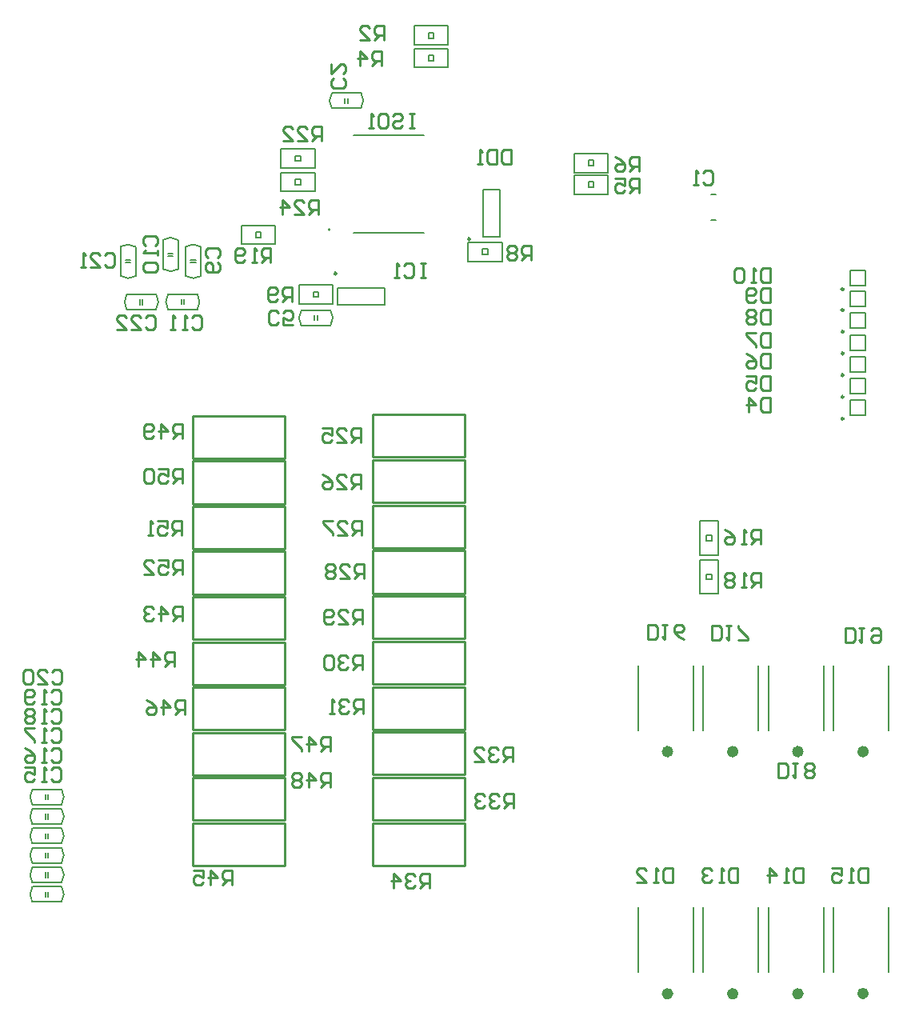
<source format=gbo>
G04*
G04 #@! TF.GenerationSoftware,Altium Limited,Altium Designer,20.0.13 (296)*
G04*
G04 Layer_Color=32896*
%FSLAX44Y44*%
%MOMM*%
G71*
G01*
G75*
%ADD10C,0.2000*%
%ADD11C,0.1500*%
%ADD12C,0.2500*%
%ADD13C,0.1270*%
%ADD14C,0.6096*%
%ADD16C,0.2540*%
D10*
X345000Y861550D02*
G03*
X345000Y861550I-1000J0D01*
G01*
X507000Y904000D02*
X525000D01*
X507000Y854000D02*
X525000D01*
Y904000D01*
X507000Y854000D02*
Y904000D01*
X403000Y782000D02*
Y800000D01*
X353000Y782000D02*
Y800000D01*
Y782000D02*
X403000D01*
X353000Y800000D02*
X403000D01*
X895850Y802000D02*
Y818000D01*
Y802000D02*
X911450D01*
X895850Y818000D02*
X911450D01*
Y802000D02*
Y818000D01*
X895850Y780000D02*
Y796000D01*
Y780000D02*
X911450D01*
X895850Y796000D02*
X911450D01*
Y780000D02*
Y796000D01*
X895850Y757000D02*
Y773000D01*
Y757000D02*
X911450D01*
X895850Y773000D02*
X911450D01*
Y757000D02*
Y773000D01*
X895850Y734000D02*
Y750000D01*
Y734000D02*
X911450D01*
X895850Y750000D02*
X911450D01*
Y734000D02*
Y750000D01*
X895850Y711000D02*
Y727000D01*
Y711000D02*
X911450D01*
X895850Y727000D02*
X911450D01*
Y711000D02*
Y727000D01*
X895850Y688000D02*
Y704000D01*
Y688000D02*
X911450D01*
X895850Y704000D02*
X911450D01*
Y688000D02*
Y704000D01*
X895850Y665000D02*
Y681000D01*
Y665000D02*
X911450D01*
X895850Y681000D02*
X911450D01*
Y665000D02*
Y681000D01*
D11*
X346700Y1005900D02*
G03*
X346595Y989987I12064J-8036D01*
G01*
X377600Y990100D02*
G03*
X377705Y1006012I-12064J8036D01*
G01*
X168100Y819700D02*
G03*
X184013Y819595I8036J12064D01*
G01*
X183900Y850600D02*
G03*
X167987Y850704I-8036J-12064D01*
G01*
X207900Y843300D02*
G03*
X191987Y843405I-8036J-12064D01*
G01*
X192100Y812400D02*
G03*
X208013Y812296I8036J12064D01*
G01*
X138900Y843300D02*
G03*
X122987Y843405I-8036J-12064D01*
G01*
X123100Y812400D02*
G03*
X139012Y812296I8036J12064D01*
G01*
X204300Y777100D02*
G03*
X204405Y793012I-12064J8036D01*
G01*
X173400Y792900D02*
G03*
X173295Y776988I12064J-8036D01*
G01*
X129700Y792900D02*
G03*
X129595Y776988I12064J-8036D01*
G01*
X160600Y777100D02*
G03*
X160704Y793012I-12064J8036D01*
G01*
X345300Y760100D02*
G03*
X345405Y776012I-12064J8036D01*
G01*
X314400Y775900D02*
G03*
X314296Y759987I12064J-8036D01*
G01*
X29700Y207100D02*
G03*
X29595Y191187I12064J-8036D01*
G01*
X60600Y191300D02*
G03*
X60704Y207213I-12064J8036D01*
G01*
X29700Y165900D02*
G03*
X29595Y149987I12064J-8036D01*
G01*
X60600Y150100D02*
G03*
X60704Y166012I-12064J8036D01*
G01*
X29700Y186500D02*
G03*
X29595Y170587I12064J-8036D01*
G01*
X60600Y170700D02*
G03*
X60704Y186612I-12064J8036D01*
G01*
X29700Y227700D02*
G03*
X29595Y211787I12064J-8036D01*
G01*
X60600Y211900D02*
G03*
X60704Y227812I-12064J8036D01*
G01*
X29700Y268900D02*
G03*
X29595Y252987I12064J-8036D01*
G01*
X60600Y253100D02*
G03*
X60704Y269012I-12064J8036D01*
G01*
X29700Y248300D02*
G03*
X29595Y232387I12064J-8036D01*
G01*
X60600Y232500D02*
G03*
X60704Y248412I-12064J8036D01*
G01*
X736000Y476000D02*
Y512000D01*
Y476000D02*
X756000D01*
X736000Y512000D02*
X756000D01*
Y476000D02*
Y512000D01*
X748750Y491250D02*
Y496750D01*
X743000Y491250D02*
X748750D01*
X743000D02*
Y496750D01*
X748750D01*
X756000Y517000D02*
Y553000D01*
X736000D02*
X756000D01*
X736000Y517000D02*
X756000D01*
X736000D02*
Y553000D01*
X743250Y532250D02*
Y537750D01*
X749000D01*
Y532250D02*
Y537750D01*
X743250Y532250D02*
X749000D01*
X271750Y853250D02*
Y859000D01*
X266250D02*
X271750D01*
X266250Y853250D02*
Y859000D01*
Y853250D02*
X271750D01*
X251000Y846000D02*
X287000D01*
Y866000D01*
X251000Y846000D02*
Y866000D01*
X287000D01*
X346750Y1006000D02*
X377500D01*
X346750Y990000D02*
X377500D01*
X360600Y995300D02*
Y1000600D01*
X363400Y995300D02*
Y1000600D01*
X308250Y909000D02*
Y914750D01*
Y909000D02*
X313750D01*
Y914750D01*
X308250D02*
X313750D01*
X293000Y922000D02*
X329000D01*
X293000Y902000D02*
Y922000D01*
X329000Y902000D02*
Y922000D01*
X293000Y902000D02*
X329000D01*
X603000Y942000D02*
X639000D01*
X603000Y922000D02*
Y942000D01*
X639000Y922000D02*
Y942000D01*
X603000Y922000D02*
X639000D01*
X618250Y929250D02*
X623750D01*
X618250D02*
Y935000D01*
X623750D01*
Y929250D02*
Y935000D01*
X603000Y919000D02*
X639000D01*
X603000Y899000D02*
Y919000D01*
X639000Y899000D02*
Y919000D01*
X603000Y899000D02*
X639000D01*
X618250Y906250D02*
X623750D01*
X618250D02*
Y912000D01*
X623750D01*
Y906250D02*
Y912000D01*
X168000Y819750D02*
Y850500D01*
X184000Y819750D02*
Y850500D01*
X173400Y833600D02*
X178700D01*
X173400Y836400D02*
X178700D01*
X208000Y812500D02*
Y843250D01*
X192000Y812500D02*
Y843250D01*
X197300Y829400D02*
X202600D01*
X197300Y826600D02*
X202600D01*
X139000Y812500D02*
Y843250D01*
X123000Y812500D02*
Y843250D01*
X128300Y829400D02*
X133600D01*
X128300Y826600D02*
X133600D01*
X173500Y777000D02*
X204250D01*
X173500Y793000D02*
X204250D01*
X190400Y782400D02*
Y787700D01*
X187600Y782400D02*
Y787700D01*
X129750Y793000D02*
X160500D01*
X129750Y777000D02*
X160500D01*
X143600Y782300D02*
Y787600D01*
X146400Y782300D02*
Y787600D01*
X327250Y790000D02*
Y795750D01*
Y790000D02*
X332750D01*
Y795750D01*
X327250D02*
X332750D01*
X312000Y803000D02*
X348000D01*
X312000Y783000D02*
Y803000D01*
X348000Y783000D02*
Y803000D01*
X312000Y783000D02*
X348000D01*
X314500Y760000D02*
X345250D01*
X314500Y776000D02*
X345250D01*
X331400Y765400D02*
Y770700D01*
X328600Y765400D02*
Y770700D01*
X449250Y1064000D02*
Y1069750D01*
Y1064000D02*
X454750D01*
Y1069750D01*
X449250D02*
X454750D01*
X434000Y1077000D02*
X470000D01*
X434000Y1057000D02*
Y1077000D01*
X470000Y1057000D02*
Y1077000D01*
X434000Y1057000D02*
X470000D01*
X449250Y1040000D02*
Y1045750D01*
Y1040000D02*
X454750D01*
Y1045750D01*
X449250D02*
X454750D01*
X434000Y1053000D02*
X470000D01*
X434000Y1033000D02*
Y1053000D01*
X470000Y1033000D02*
Y1053000D01*
X434000Y1033000D02*
X470000D01*
X511750Y835250D02*
Y841000D01*
X506250D02*
X511750D01*
X506250Y835250D02*
Y841000D01*
Y835250D02*
X511750D01*
X491000Y828000D02*
X527000D01*
Y848000D01*
X491000Y828000D02*
Y848000D01*
X527000D01*
X308250Y934000D02*
Y939750D01*
Y934000D02*
X313750D01*
Y939750D01*
X308250D02*
X313750D01*
X293000Y947000D02*
X329000D01*
X293000Y927000D02*
Y947000D01*
X329000Y927000D02*
Y947000D01*
X293000Y927000D02*
X329000D01*
X29750Y207200D02*
X60500D01*
X29750Y191200D02*
X60500D01*
X43600Y196500D02*
Y201800D01*
X46400Y196500D02*
Y201800D01*
X29750Y166000D02*
X60500D01*
X29750Y150000D02*
X60500D01*
X43600Y155300D02*
Y160600D01*
X46400Y155300D02*
Y160600D01*
X29750Y186600D02*
X60500D01*
X29750Y170600D02*
X60500D01*
X43600Y175900D02*
Y181200D01*
X46400Y175900D02*
Y181200D01*
X29750Y227800D02*
X60500D01*
X29750Y211800D02*
X60500D01*
X43600Y217100D02*
Y222400D01*
X46400Y217100D02*
Y222400D01*
X29750Y269000D02*
X60500D01*
X29750Y253000D02*
X60500D01*
X43600Y258300D02*
Y263600D01*
X46400Y258300D02*
Y263600D01*
X29750Y248400D02*
X60500D01*
X29750Y232400D02*
X60500D01*
X43600Y237700D02*
Y243000D01*
X46400Y237700D02*
Y243000D01*
D12*
X493250Y851450D02*
G03*
X493250Y851450I-1250J0D01*
G01*
X351700Y815000D02*
G03*
X351700Y815000I-1250J0D01*
G01*
X888550Y798400D02*
G03*
X888550Y798400I-1250J0D01*
G01*
Y776400D02*
G03*
X888550Y776400I-1250J0D01*
G01*
Y753400D02*
G03*
X888550Y753400I-1250J0D01*
G01*
Y730400D02*
G03*
X888550Y730400I-1250J0D01*
G01*
Y707400D02*
G03*
X888550Y707400I-1250J0D01*
G01*
Y684400D02*
G03*
X888550Y684400I-1250J0D01*
G01*
Y661400D02*
G03*
X888550Y661400I-1250J0D01*
G01*
D13*
X369500Y858500D02*
X444500D01*
X369500Y961500D02*
X444500D01*
X747990Y871500D02*
X753190D01*
X747990Y898500D02*
X753190D01*
X729200Y331700D02*
Y400300D01*
X670800Y331700D02*
Y400300D01*
X798200Y331700D02*
Y400300D01*
X739800Y331700D02*
Y400300D01*
X867200Y331700D02*
Y400300D01*
X808800Y331700D02*
Y400300D01*
X729200Y75450D02*
Y144050D01*
X670800Y75450D02*
Y144050D01*
X867200Y75450D02*
Y144050D01*
X808800Y75450D02*
Y144050D01*
X936200Y331700D02*
Y400300D01*
X877800Y331700D02*
Y400300D01*
X936200Y75765D02*
Y144365D01*
X877800Y75765D02*
Y144365D01*
X798200Y75450D02*
Y144050D01*
X739800Y75450D02*
Y144050D01*
D14*
X705162Y309000D02*
G03*
X705162Y309000I-3162J0D01*
G01*
X774162D02*
G03*
X774162Y309000I-3162J0D01*
G01*
X843162D02*
G03*
X843162Y309000I-3162J0D01*
G01*
X705162Y52750D02*
G03*
X705162Y52750I-3162J0D01*
G01*
X843162D02*
G03*
X843162Y52750I-3162J0D01*
G01*
X912162Y309000D02*
G03*
X912162Y309000I-3162J0D01*
G01*
Y53065D02*
G03*
X912162Y53065I-3162J0D01*
G01*
X774162Y52750D02*
G03*
X774162Y52750I-3162J0D01*
G01*
D16*
X487140Y188500D02*
Y233500D01*
X389640Y188500D02*
Y233500D01*
Y188500D02*
X487140D01*
X389640Y233500D02*
X487140D01*
Y236516D02*
Y281516D01*
X389640Y236516D02*
Y281516D01*
Y236516D02*
X487140D01*
X389640Y281516D02*
X487140D01*
Y284531D02*
Y329531D01*
X389640Y284531D02*
Y329531D01*
Y284531D02*
X487140D01*
X389640Y329531D02*
X487140D01*
Y332547D02*
Y377547D01*
X389640Y332547D02*
Y377547D01*
Y332547D02*
X487140D01*
X389640Y377547D02*
X487140D01*
Y380562D02*
Y425562D01*
X389640Y380562D02*
Y425562D01*
Y380562D02*
X487140D01*
X389640Y425562D02*
X487140D01*
Y428578D02*
Y473578D01*
X389640Y428578D02*
Y473578D01*
Y428578D02*
X487140D01*
X389640Y473578D02*
X487140D01*
Y476593D02*
Y521593D01*
X389640Y476593D02*
Y521593D01*
Y476593D02*
X487140D01*
X389640Y521593D02*
X487140D01*
Y524609D02*
Y569609D01*
X389640Y524609D02*
Y569609D01*
Y524609D02*
X487140D01*
X389640Y569609D02*
X487140D01*
Y572624D02*
Y617624D01*
X389640Y572624D02*
Y617624D01*
Y572624D02*
X487140D01*
X389640Y617624D02*
X487140D01*
Y620640D02*
Y665640D01*
X389640Y620640D02*
Y665640D01*
Y620640D02*
X487140D01*
X389640Y665640D02*
X487140D01*
X297140Y619320D02*
Y664320D01*
X199640Y619320D02*
Y664320D01*
Y619320D02*
X297140D01*
X199640Y664320D02*
X297140D01*
Y571451D02*
Y616451D01*
X199640Y571451D02*
Y616451D01*
Y571451D02*
X297140D01*
X199640Y616451D02*
X297140D01*
Y523582D02*
Y568582D01*
X199640Y523582D02*
Y568582D01*
Y523582D02*
X297140D01*
X199640Y568582D02*
X297140D01*
Y475713D02*
Y520713D01*
X199640Y475713D02*
Y520713D01*
Y475713D02*
X297140D01*
X199640Y520713D02*
X297140D01*
Y427845D02*
Y472845D01*
X199640Y427845D02*
Y472845D01*
Y427845D02*
X297140D01*
X199640Y472845D02*
X297140D01*
Y379976D02*
Y424976D01*
X199640Y379976D02*
Y424976D01*
Y379976D02*
X297140D01*
X199640Y424976D02*
X297140D01*
Y332107D02*
Y377107D01*
X199640Y332107D02*
Y377107D01*
Y332107D02*
X297140D01*
X199640Y377107D02*
X297140D01*
Y284238D02*
Y329238D01*
X199640Y284238D02*
Y329238D01*
Y284238D02*
X297140D01*
X199640Y329238D02*
X297140D01*
Y236369D02*
Y281369D01*
X199640Y236369D02*
Y281369D01*
Y236369D02*
X297140D01*
X199640Y281369D02*
X297140D01*
Y188500D02*
Y233500D01*
X199640Y188500D02*
Y233500D01*
Y188500D02*
X297140D01*
X199640Y233500D02*
X297140D01*
X445505Y825618D02*
X440426D01*
X442966D01*
Y810383D01*
X445505D01*
X440426D01*
X422652Y823078D02*
X425191Y825618D01*
X430270D01*
X432809Y823078D01*
Y812922D01*
X430270Y810383D01*
X425191D01*
X422652Y812922D01*
X417574Y810383D02*
X412495D01*
X415034D01*
Y825618D01*
X417574Y823078D01*
X332313Y877383D02*
Y892618D01*
X324696D01*
X322157Y890078D01*
Y885000D01*
X324696Y882461D01*
X332313D01*
X327235D02*
X322157Y877383D01*
X306922D02*
X317078D01*
X306922Y887539D01*
Y890078D01*
X309461Y892618D01*
X314539D01*
X317078Y890078D01*
X294226Y877383D02*
Y892618D01*
X301843Y885000D01*
X291686D01*
X335432Y955304D02*
Y970539D01*
X327814D01*
X325275Y968000D01*
Y962922D01*
X327814Y960382D01*
X335432D01*
X330354D02*
X325275Y955304D01*
X310040D02*
X320197D01*
X310040Y965461D01*
Y968000D01*
X312579Y970539D01*
X317658D01*
X320197Y968000D01*
X294805Y955304D02*
X304962D01*
X294805Y965461D01*
Y968000D01*
X297344Y970539D01*
X302423D01*
X304962Y968000D01*
X282044Y826383D02*
Y841618D01*
X274426D01*
X271887Y839078D01*
Y834000D01*
X274426Y831461D01*
X282044D01*
X276966D02*
X271887Y826383D01*
X266809D02*
X261730D01*
X264270D01*
Y841618D01*
X266809Y839078D01*
X254113Y828922D02*
X251574Y826383D01*
X246495D01*
X243956Y828922D01*
Y839078D01*
X246495Y841618D01*
X251574D01*
X254113Y839078D01*
Y836539D01*
X251574Y834000D01*
X243956D01*
X304696Y785383D02*
Y800618D01*
X297078D01*
X294539Y798078D01*
Y793000D01*
X297078Y790461D01*
X304696D01*
X299618D02*
X294539Y785383D01*
X289461Y787922D02*
X286922Y785383D01*
X281843D01*
X279304Y787922D01*
Y798078D01*
X281843Y800618D01*
X286922D01*
X289461Y798078D01*
Y795539D01*
X286922Y793000D01*
X279304D01*
X557696Y829382D02*
Y844617D01*
X550078D01*
X547539Y842078D01*
Y837000D01*
X550078Y834461D01*
X557696D01*
X552617D02*
X547539Y829382D01*
X542461Y842078D02*
X539922Y844617D01*
X534843D01*
X532304Y842078D01*
Y839539D01*
X534843Y837000D01*
X532304Y834461D01*
Y831922D01*
X534843Y829382D01*
X539922D01*
X542461Y831922D01*
Y834461D01*
X539922Y837000D01*
X542461Y839539D01*
Y842078D01*
X539922Y837000D02*
X534843D01*
X671696Y923382D02*
Y938617D01*
X664078D01*
X661539Y936078D01*
Y931000D01*
X664078Y928461D01*
X671696D01*
X666618D02*
X661539Y923382D01*
X646304Y938617D02*
X651383Y936078D01*
X656461Y931000D01*
Y925922D01*
X653922Y923382D01*
X648843D01*
X646304Y925922D01*
Y928461D01*
X648843Y931000D01*
X656461D01*
X671696Y900383D02*
Y915618D01*
X664078D01*
X661539Y913078D01*
Y908000D01*
X664078Y905461D01*
X671696D01*
X666618D02*
X661539Y900383D01*
X646304Y915618D02*
X656461D01*
Y908000D01*
X651383Y910539D01*
X648843D01*
X646304Y908000D01*
Y902922D01*
X648843Y900383D01*
X653922D01*
X656461Y902922D01*
X399696Y1035383D02*
Y1050618D01*
X392078D01*
X389539Y1048078D01*
Y1043000D01*
X392078Y1040461D01*
X399696D01*
X394618D02*
X389539Y1035383D01*
X376843D02*
Y1050618D01*
X384461Y1043000D01*
X374304D01*
X401696Y1062383D02*
Y1077617D01*
X394078D01*
X391539Y1075078D01*
Y1070000D01*
X394078Y1067461D01*
X401696D01*
X396618D02*
X391539Y1062383D01*
X376304D02*
X386461D01*
X376304Y1072539D01*
Y1075078D01*
X378843Y1077617D01*
X383922D01*
X386461Y1075078D01*
X434372Y984118D02*
X429294D01*
X431833D01*
Y968883D01*
X434372D01*
X429294D01*
X411520Y981578D02*
X414059Y984118D01*
X419137D01*
X421676Y981578D01*
Y979039D01*
X419137Y976500D01*
X414059D01*
X411520Y973961D01*
Y971422D01*
X414059Y968883D01*
X419137D01*
X421676Y971422D01*
X398824Y984118D02*
X403902D01*
X406441Y981578D01*
Y971422D01*
X403902Y968883D01*
X398824D01*
X396284Y971422D01*
Y981578D01*
X398824Y984118D01*
X391206Y968883D02*
X386128D01*
X388667D01*
Y984118D01*
X391206Y981578D01*
X536274Y946367D02*
Y931133D01*
X528657D01*
X526118Y933672D01*
Y943828D01*
X528657Y946367D01*
X536274D01*
X521039D02*
Y931133D01*
X513422D01*
X510882Y933672D01*
Y943828D01*
X513422Y946367D01*
X521039D01*
X505804Y931133D02*
X500726D01*
X503265D01*
Y946367D01*
X505804Y943828D01*
X810444Y820618D02*
Y805383D01*
X802826D01*
X800287Y807922D01*
Y818078D01*
X802826Y820618D01*
X810444D01*
X795209Y805383D02*
X790130D01*
X792670D01*
Y820618D01*
X795209Y818078D01*
X782513D02*
X779974Y820618D01*
X774895D01*
X772356Y818078D01*
Y807922D01*
X774895Y805383D01*
X779974D01*
X782513Y807922D01*
Y818078D01*
X810444Y799617D02*
Y784382D01*
X802826D01*
X800287Y786922D01*
Y797078D01*
X802826Y799617D01*
X810444D01*
X795209Y786922D02*
X792670Y784382D01*
X787591D01*
X785052Y786922D01*
Y797078D01*
X787591Y799617D01*
X792670D01*
X795209Y797078D01*
Y794539D01*
X792670Y792000D01*
X785052D01*
X810444Y776618D02*
Y761382D01*
X802826D01*
X800287Y763922D01*
Y774078D01*
X802826Y776618D01*
X810444D01*
X795209Y774078D02*
X792670Y776618D01*
X787591D01*
X785052Y774078D01*
Y771539D01*
X787591Y769000D01*
X785052Y766461D01*
Y763922D01*
X787591Y761382D01*
X792670D01*
X795209Y763922D01*
Y766461D01*
X792670Y769000D01*
X795209Y771539D01*
Y774078D01*
X792670Y769000D02*
X787591D01*
X810444Y752617D02*
Y737383D01*
X802826D01*
X800287Y739922D01*
Y750078D01*
X802826Y752617D01*
X810444D01*
X795209D02*
X785052D01*
Y750078D01*
X795209Y739922D01*
Y737383D01*
X810444Y730618D02*
Y715383D01*
X802826D01*
X800287Y717922D01*
Y728078D01*
X802826Y730618D01*
X810444D01*
X785052D02*
X790130Y728078D01*
X795209Y723000D01*
Y717922D01*
X792670Y715383D01*
X787591D01*
X785052Y717922D01*
Y720461D01*
X787591Y723000D01*
X795209D01*
X810444Y706618D02*
Y691383D01*
X802826D01*
X800287Y693922D01*
Y704078D01*
X802826Y706618D01*
X810444D01*
X785052D02*
X795209D01*
Y699000D01*
X790130Y701539D01*
X787591D01*
X785052Y699000D01*
Y693922D01*
X787591Y691383D01*
X792670D01*
X795209Y693922D01*
X810444Y683617D02*
Y668382D01*
X802826D01*
X800287Y670922D01*
Y681078D01*
X802826Y683617D01*
X810444D01*
X787591Y668382D02*
Y683617D01*
X795209Y676000D01*
X785052D01*
X149157Y768078D02*
X151696Y770618D01*
X156774D01*
X159313Y768078D01*
Y757922D01*
X156774Y755383D01*
X151696D01*
X149157Y757922D01*
X133922Y755383D02*
X144078D01*
X133922Y765539D01*
Y768078D01*
X136461Y770618D01*
X141539D01*
X144078Y768078D01*
X118687Y755383D02*
X128843D01*
X118687Y765539D01*
Y768078D01*
X121226Y770618D01*
X126304D01*
X128843Y768078D01*
X106617Y834078D02*
X109157Y836618D01*
X114235D01*
X116774Y834078D01*
Y823922D01*
X114235Y821383D01*
X109157D01*
X106617Y823922D01*
X91382Y821383D02*
X101539D01*
X91382Y831539D01*
Y834078D01*
X93922Y836618D01*
X99000D01*
X101539Y834078D01*
X86304Y821383D02*
X81226D01*
X83765D01*
Y836618D01*
X86304Y834078D01*
X49887Y372478D02*
X52426Y375018D01*
X57505D01*
X60044Y372478D01*
Y362322D01*
X57505Y359782D01*
X52426D01*
X49887Y362322D01*
X44809Y359782D02*
X39730D01*
X42270D01*
Y375018D01*
X44809Y372478D01*
X32113Y362322D02*
X29574Y359782D01*
X24495D01*
X21956Y362322D01*
Y372478D01*
X24495Y375018D01*
X29574D01*
X32113Y372478D01*
Y369939D01*
X29574Y367400D01*
X21956D01*
X49887Y352078D02*
X52426Y354618D01*
X57505D01*
X60044Y352078D01*
Y341922D01*
X57505Y339383D01*
X52426D01*
X49887Y341922D01*
X44809Y339383D02*
X39730D01*
X42270D01*
Y354618D01*
X44809Y352078D01*
X32113D02*
X29574Y354618D01*
X24495D01*
X21956Y352078D01*
Y349539D01*
X24495Y347000D01*
X21956Y344461D01*
Y341922D01*
X24495Y339383D01*
X29574D01*
X32113Y341922D01*
Y344461D01*
X29574Y347000D01*
X32113Y349539D01*
Y352078D01*
X29574Y347000D02*
X24495D01*
X49887Y331278D02*
X52426Y333817D01*
X57505D01*
X60044Y331278D01*
Y321122D01*
X57505Y318582D01*
X52426D01*
X49887Y321122D01*
X44809Y318582D02*
X39730D01*
X42270D01*
Y333817D01*
X44809Y331278D01*
X32113Y333817D02*
X21956D01*
Y331278D01*
X32113Y321122D01*
Y318582D01*
X49887Y310678D02*
X52426Y313218D01*
X57505D01*
X60044Y310678D01*
Y300522D01*
X57505Y297982D01*
X52426D01*
X49887Y300522D01*
X44809Y297982D02*
X39730D01*
X42270D01*
Y313218D01*
X44809Y310678D01*
X21956Y313218D02*
X27034Y310678D01*
X32113Y305600D01*
Y300522D01*
X29574Y297982D01*
X24495D01*
X21956Y300522D01*
Y303061D01*
X24495Y305600D01*
X32113D01*
X49887Y290078D02*
X52426Y292617D01*
X57505D01*
X60044Y290078D01*
Y279922D01*
X57505Y277383D01*
X52426D01*
X49887Y279922D01*
X44809Y277383D02*
X39730D01*
X42270D01*
Y292617D01*
X44809Y290078D01*
X21956Y292617D02*
X32113D01*
Y285000D01*
X27034Y287539D01*
X24495D01*
X21956Y285000D01*
Y279922D01*
X24495Y277383D01*
X29574D01*
X32113Y279922D01*
X198348Y768078D02*
X200887Y770618D01*
X205965D01*
X208505Y768078D01*
Y757922D01*
X205965Y755383D01*
X200887D01*
X198348Y757922D01*
X193270Y755383D02*
X188191D01*
X190730D01*
Y770618D01*
X193270Y768078D01*
X180574Y755383D02*
X175495D01*
X178034D01*
Y770618D01*
X180574Y768078D01*
X149922Y844887D02*
X147382Y847426D01*
Y852505D01*
X149922Y855044D01*
X160078D01*
X162617Y852505D01*
Y847426D01*
X160078Y844887D01*
X162617Y839809D02*
Y834730D01*
Y837270D01*
X147382D01*
X149922Y839809D01*
Y827113D02*
X147382Y824574D01*
Y819495D01*
X149922Y816956D01*
X160078D01*
X162617Y819495D01*
Y824574D01*
X160078Y827113D01*
X149922D01*
X215922Y831539D02*
X213382Y834078D01*
Y839157D01*
X215922Y841696D01*
X226078D01*
X228617Y839157D01*
Y834078D01*
X226078Y831539D01*
Y826461D02*
X228617Y823922D01*
Y818843D01*
X226078Y816304D01*
X215922D01*
X213382Y818843D01*
Y823922D01*
X215922Y826461D01*
X218461D01*
X221000Y823922D01*
Y816304D01*
X290461Y762922D02*
X287922Y760383D01*
X282843D01*
X280304Y762922D01*
Y773078D01*
X282843Y775618D01*
X287922D01*
X290461Y773078D01*
X305696Y760383D02*
X295539D01*
Y768000D01*
X300618Y765461D01*
X303157D01*
X305696Y768000D01*
Y773078D01*
X303157Y775618D01*
X298078D01*
X295539Y773078D01*
X359078Y1021461D02*
X361618Y1018922D01*
Y1013843D01*
X359078Y1011304D01*
X348922D01*
X346382Y1013843D01*
Y1018922D01*
X348922Y1021461D01*
X346382Y1036696D02*
Y1026539D01*
X356539Y1036696D01*
X359078D01*
X361618Y1034157D01*
Y1029078D01*
X359078Y1026539D01*
X739381Y921762D02*
X741920Y924301D01*
X746999D01*
X749538Y921762D01*
Y911605D01*
X746999Y909066D01*
X741920D01*
X739381Y911605D01*
X734303Y909066D02*
X729225D01*
X731764D01*
Y924301D01*
X734303Y921762D01*
X889956Y424382D02*
Y439618D01*
X897574D01*
X900113Y437078D01*
Y426922D01*
X897574Y424382D01*
X889956D01*
X905191Y439618D02*
X910270D01*
X907730D01*
Y424382D01*
X905191Y426922D01*
X917887Y437078D02*
X920426Y439618D01*
X925505D01*
X928044Y437078D01*
Y426922D01*
X925505Y424382D01*
X920426D01*
X917887Y426922D01*
Y429461D01*
X920426Y432000D01*
X928044D01*
X818956Y281382D02*
Y296618D01*
X826574D01*
X829113Y294078D01*
Y283922D01*
X826574Y281382D01*
X818956D01*
X834191Y296618D02*
X839270D01*
X836730D01*
Y281382D01*
X834191Y283922D01*
X846887D02*
X849426Y281382D01*
X854505D01*
X857044Y283922D01*
Y286461D01*
X854505Y289000D01*
X857044Y291539D01*
Y294078D01*
X854505Y296618D01*
X849426D01*
X846887Y294078D01*
Y291539D01*
X849426Y289000D01*
X846887Y286461D01*
Y283922D01*
X849426Y289000D02*
X854505D01*
X748956Y427382D02*
Y442617D01*
X756574D01*
X759113Y440078D01*
Y429922D01*
X756574Y427382D01*
X748956D01*
X764191Y442617D02*
X769270D01*
X766730D01*
Y427382D01*
X764191Y429922D01*
X776887Y427382D02*
X787044D01*
Y429922D01*
X776887Y440078D01*
Y442617D01*
X680956Y428382D02*
Y443618D01*
X688574D01*
X691113Y441078D01*
Y430922D01*
X688574Y428382D01*
X680956D01*
X696191Y443618D02*
X701270D01*
X698730D01*
Y428382D01*
X696191Y430922D01*
X719044Y428382D02*
X713966Y430922D01*
X708887Y436000D01*
Y441078D01*
X711426Y443618D01*
X716505D01*
X719044Y441078D01*
Y438539D01*
X716505Y436000D01*
X708887D01*
X914420Y186176D02*
Y170941D01*
X906803D01*
X904263Y173480D01*
Y183637D01*
X906803Y186176D01*
X914420D01*
X899185Y170941D02*
X894107D01*
X896646D01*
Y186176D01*
X899185Y183637D01*
X876332Y186176D02*
X886489D01*
Y178559D01*
X881411Y181098D01*
X878872D01*
X876332Y178559D01*
Y173480D01*
X878872Y170941D01*
X883950D01*
X886489Y173480D01*
X845586Y185861D02*
Y170626D01*
X837969D01*
X835429Y173165D01*
Y183322D01*
X837969Y185861D01*
X845586D01*
X830351Y170626D02*
X825273D01*
X827812D01*
Y185861D01*
X830351Y183322D01*
X810038Y170626D02*
Y185861D01*
X817655Y178244D01*
X807498D01*
X776498Y185861D02*
Y170626D01*
X768880D01*
X766341Y173165D01*
Y183322D01*
X768880Y185861D01*
X776498D01*
X761263Y170626D02*
X756185D01*
X758724D01*
Y185861D01*
X761263Y183322D01*
X748567D02*
X746028Y185861D01*
X740949D01*
X738410Y183322D01*
Y180783D01*
X740949Y178244D01*
X743489D01*
X740949D01*
X738410Y175704D01*
Y173165D01*
X740949Y170626D01*
X746028D01*
X748567Y173165D01*
X707410Y185861D02*
Y170626D01*
X699792D01*
X697253Y173165D01*
Y183322D01*
X699792Y185861D01*
X707410D01*
X692175Y170626D02*
X687097D01*
X689636D01*
Y185861D01*
X692175Y183322D01*
X669322Y170626D02*
X679479D01*
X669322Y180783D01*
Y183322D01*
X671861Y185861D01*
X676940D01*
X679479Y183322D01*
X188313Y496382D02*
Y511618D01*
X180696D01*
X178157Y509078D01*
Y504000D01*
X180696Y501461D01*
X188313D01*
X183235D02*
X178157Y496382D01*
X162922Y511618D02*
X173078D01*
Y504000D01*
X168000Y506539D01*
X165461D01*
X162922Y504000D01*
Y498922D01*
X165461Y496382D01*
X170539D01*
X173078Y498922D01*
X147687Y496382D02*
X157843D01*
X147687Y506539D01*
Y509078D01*
X150226Y511618D01*
X155304D01*
X157843Y509078D01*
X187774Y538382D02*
Y553618D01*
X180157D01*
X177617Y551078D01*
Y546000D01*
X180157Y543461D01*
X187774D01*
X182696D02*
X177617Y538382D01*
X162382Y553618D02*
X172539D01*
Y546000D01*
X167461Y548539D01*
X164922D01*
X162382Y546000D01*
Y540922D01*
X164922Y538382D01*
X170000D01*
X172539Y540922D01*
X157304Y538382D02*
X152226D01*
X154765D01*
Y553618D01*
X157304Y551078D01*
X188313Y593382D02*
Y608618D01*
X180696D01*
X178157Y606078D01*
Y601000D01*
X180696Y598461D01*
X188313D01*
X183235D02*
X178157Y593382D01*
X162922Y608618D02*
X173078D01*
Y601000D01*
X168000Y603539D01*
X165461D01*
X162922Y601000D01*
Y595922D01*
X165461Y593382D01*
X170539D01*
X173078Y595922D01*
X157843Y606078D02*
X155304Y608618D01*
X150226D01*
X147687Y606078D01*
Y595922D01*
X150226Y593382D01*
X155304D01*
X157843Y595922D01*
Y606078D01*
X188313Y640382D02*
Y655618D01*
X180696D01*
X178157Y653078D01*
Y648000D01*
X180696Y645461D01*
X188313D01*
X183235D02*
X178157Y640382D01*
X165461D02*
Y655618D01*
X173078Y648000D01*
X162922D01*
X157843Y642922D02*
X155304Y640382D01*
X150226D01*
X147687Y642922D01*
Y653078D01*
X150226Y655618D01*
X155304D01*
X157843Y653078D01*
Y650539D01*
X155304Y648000D01*
X147687D01*
X345313Y271383D02*
Y286618D01*
X337696D01*
X335157Y284078D01*
Y279000D01*
X337696Y276461D01*
X345313D01*
X340235D02*
X335157Y271383D01*
X322461D02*
Y286618D01*
X330078Y279000D01*
X319922D01*
X314843Y284078D02*
X312304Y286618D01*
X307226D01*
X304687Y284078D01*
Y281539D01*
X307226Y279000D01*
X304687Y276461D01*
Y273922D01*
X307226Y271383D01*
X312304D01*
X314843Y273922D01*
Y276461D01*
X312304Y279000D01*
X314843Y281539D01*
Y284078D01*
X312304Y279000D02*
X307226D01*
X345313Y309382D02*
Y324618D01*
X337696D01*
X335157Y322078D01*
Y317000D01*
X337696Y314461D01*
X345313D01*
X340235D02*
X335157Y309382D01*
X322461D02*
Y324618D01*
X330078Y317000D01*
X319922D01*
X314843Y324618D02*
X304687D01*
Y322078D01*
X314843Y311922D01*
Y309382D01*
X191313Y348382D02*
Y363618D01*
X183696D01*
X181157Y361078D01*
Y356000D01*
X183696Y353461D01*
X191313D01*
X186235D02*
X181157Y348382D01*
X168461D02*
Y363618D01*
X176078Y356000D01*
X165922D01*
X150687Y363618D02*
X155765Y361078D01*
X160843Y356000D01*
Y350922D01*
X158304Y348382D01*
X153226D01*
X150687Y350922D01*
Y353461D01*
X153226Y356000D01*
X160843D01*
X241313Y168382D02*
Y183617D01*
X233696D01*
X231157Y181078D01*
Y176000D01*
X233696Y173461D01*
X241313D01*
X236235D02*
X231157Y168382D01*
X218461D02*
Y183617D01*
X226078Y176000D01*
X215922D01*
X200686Y183617D02*
X210843D01*
Y176000D01*
X205765Y178539D01*
X203226D01*
X200686Y176000D01*
Y170922D01*
X203226Y168382D01*
X208304D01*
X210843Y170922D01*
X180313Y399383D02*
Y414618D01*
X172696D01*
X170157Y412078D01*
Y407000D01*
X172696Y404461D01*
X180313D01*
X175235D02*
X170157Y399383D01*
X157461D02*
Y414618D01*
X165078Y407000D01*
X154922D01*
X142226Y399383D02*
Y414618D01*
X149843Y407000D01*
X139686D01*
X188313Y447382D02*
Y462617D01*
X180696D01*
X178157Y460078D01*
Y455000D01*
X180696Y452461D01*
X188313D01*
X183235D02*
X178157Y447382D01*
X165461D02*
Y462617D01*
X173078Y455000D01*
X162922D01*
X157843Y460078D02*
X155304Y462617D01*
X150226D01*
X147687Y460078D01*
Y457539D01*
X150226Y455000D01*
X152765D01*
X150226D01*
X147687Y452461D01*
Y449922D01*
X150226Y447382D01*
X155304D01*
X157843Y449922D01*
X450313Y164382D02*
Y179618D01*
X442696D01*
X440157Y177078D01*
Y172000D01*
X442696Y169461D01*
X450313D01*
X445235D02*
X440157Y164382D01*
X435078Y177078D02*
X432539Y179618D01*
X427461D01*
X424922Y177078D01*
Y174539D01*
X427461Y172000D01*
X430000D01*
X427461D01*
X424922Y169461D01*
Y166922D01*
X427461Y164382D01*
X432539D01*
X435078Y166922D01*
X412226Y164382D02*
Y179618D01*
X419843Y172000D01*
X409687D01*
X539313Y249382D02*
Y264618D01*
X531696D01*
X529157Y262078D01*
Y257000D01*
X531696Y254461D01*
X539313D01*
X534235D02*
X529157Y249382D01*
X524078Y262078D02*
X521539Y264618D01*
X516461D01*
X513922Y262078D01*
Y259539D01*
X516461Y257000D01*
X519000D01*
X516461D01*
X513922Y254461D01*
Y251922D01*
X516461Y249382D01*
X521539D01*
X524078Y251922D01*
X508843Y262078D02*
X506304Y264618D01*
X501226D01*
X498687Y262078D01*
Y259539D01*
X501226Y257000D01*
X503765D01*
X501226D01*
X498687Y254461D01*
Y251922D01*
X501226Y249382D01*
X506304D01*
X508843Y251922D01*
X538313Y298382D02*
Y313617D01*
X530696D01*
X528157Y311078D01*
Y306000D01*
X530696Y303461D01*
X538313D01*
X533235D02*
X528157Y298382D01*
X523078Y311078D02*
X520539Y313617D01*
X515461D01*
X512922Y311078D01*
Y308539D01*
X515461Y306000D01*
X518000D01*
X515461D01*
X512922Y303461D01*
Y300922D01*
X515461Y298382D01*
X520539D01*
X523078Y300922D01*
X497687Y298382D02*
X507843D01*
X497687Y308539D01*
Y311078D01*
X500226Y313617D01*
X505304D01*
X507843Y311078D01*
X379774Y349383D02*
Y364618D01*
X372157D01*
X369618Y362078D01*
Y357000D01*
X372157Y354461D01*
X379774D01*
X374696D02*
X369618Y349383D01*
X364539Y362078D02*
X362000Y364618D01*
X356922D01*
X354383Y362078D01*
Y359539D01*
X356922Y357000D01*
X359461D01*
X356922D01*
X354383Y354461D01*
Y351922D01*
X356922Y349383D01*
X362000D01*
X364539Y351922D01*
X349304Y349383D02*
X344226D01*
X346765D01*
Y364618D01*
X349304Y362078D01*
X379313Y395382D02*
Y410617D01*
X371696D01*
X369157Y408078D01*
Y403000D01*
X371696Y400461D01*
X379313D01*
X374235D02*
X369157Y395382D01*
X364078Y408078D02*
X361539Y410617D01*
X356461D01*
X353922Y408078D01*
Y405539D01*
X356461Y403000D01*
X359000D01*
X356461D01*
X353922Y400461D01*
Y397922D01*
X356461Y395382D01*
X361539D01*
X364078Y397922D01*
X348843Y408078D02*
X346304Y410617D01*
X341226D01*
X338687Y408078D01*
Y397922D01*
X341226Y395382D01*
X346304D01*
X348843Y397922D01*
Y408078D01*
X379313Y444382D02*
Y459618D01*
X371696D01*
X369157Y457078D01*
Y452000D01*
X371696Y449461D01*
X379313D01*
X374235D02*
X369157Y444382D01*
X353922D02*
X364078D01*
X353922Y454539D01*
Y457078D01*
X356461Y459618D01*
X361539D01*
X364078Y457078D01*
X348843Y446922D02*
X346304Y444382D01*
X341226D01*
X338687Y446922D01*
Y457078D01*
X341226Y459618D01*
X346304D01*
X348843Y457078D01*
Y454539D01*
X346304Y452000D01*
X338687D01*
X380313Y492383D02*
Y507617D01*
X372696D01*
X370157Y505078D01*
Y500000D01*
X372696Y497461D01*
X380313D01*
X375235D02*
X370157Y492383D01*
X354922D02*
X365078D01*
X354922Y502539D01*
Y505078D01*
X357461Y507617D01*
X362539D01*
X365078Y505078D01*
X349843D02*
X347304Y507617D01*
X342226D01*
X339687Y505078D01*
Y502539D01*
X342226Y500000D01*
X339687Y497461D01*
Y494922D01*
X342226Y492383D01*
X347304D01*
X349843Y494922D01*
Y497461D01*
X347304Y500000D01*
X349843Y502539D01*
Y505078D01*
X347304Y500000D02*
X342226D01*
X378313Y538382D02*
Y553618D01*
X370696D01*
X368157Y551078D01*
Y546000D01*
X370696Y543461D01*
X378313D01*
X373235D02*
X368157Y538382D01*
X352922D02*
X363078D01*
X352922Y548539D01*
Y551078D01*
X355461Y553618D01*
X360539D01*
X363078Y551078D01*
X347843Y553618D02*
X337687D01*
Y551078D01*
X347843Y540922D01*
Y538382D01*
X377313Y587383D02*
Y602617D01*
X369696D01*
X367157Y600078D01*
Y595000D01*
X369696Y592461D01*
X377313D01*
X372235D02*
X367157Y587383D01*
X351922D02*
X362078D01*
X351922Y597539D01*
Y600078D01*
X354461Y602617D01*
X359539D01*
X362078Y600078D01*
X336687Y602617D02*
X341765Y600078D01*
X346843Y595000D01*
Y589922D01*
X344304Y587383D01*
X339226D01*
X336687Y589922D01*
Y592461D01*
X339226Y595000D01*
X346843D01*
X377313Y636382D02*
Y651618D01*
X369696D01*
X367157Y649078D01*
Y644000D01*
X369696Y641461D01*
X377313D01*
X372235D02*
X367157Y636382D01*
X351922D02*
X362078D01*
X351922Y646539D01*
Y649078D01*
X354461Y651618D01*
X359539D01*
X362078Y649078D01*
X336687Y651618D02*
X346843D01*
Y644000D01*
X341765Y646539D01*
X339226D01*
X336687Y644000D01*
Y638922D01*
X339226Y636382D01*
X344304D01*
X346843Y638922D01*
X800794Y483382D02*
Y498618D01*
X793176D01*
X790637Y496078D01*
Y491000D01*
X793176Y488461D01*
X800794D01*
X795715D02*
X790637Y483382D01*
X785559D02*
X780480D01*
X783020D01*
Y498618D01*
X785559Y496078D01*
X772863D02*
X770324Y498618D01*
X765245D01*
X762706Y496078D01*
Y493539D01*
X765245Y491000D01*
X762706Y488461D01*
Y485922D01*
X765245Y483382D01*
X770324D01*
X772863Y485922D01*
Y488461D01*
X770324Y491000D01*
X772863Y493539D01*
Y496078D01*
X770324Y491000D02*
X765245D01*
X800794Y529132D02*
Y544367D01*
X793176D01*
X790637Y541828D01*
Y536750D01*
X793176Y534211D01*
X800794D01*
X795715D02*
X790637Y529132D01*
X785559D02*
X780480D01*
X783020D01*
Y544367D01*
X785559Y541828D01*
X762706Y544367D02*
X767785Y541828D01*
X772863Y536750D01*
Y531672D01*
X770324Y529132D01*
X765245D01*
X762706Y531672D01*
Y534211D01*
X765245Y536750D01*
X772863D01*
X50157Y393078D02*
X52696Y395617D01*
X57774D01*
X60313Y393078D01*
Y382922D01*
X57774Y380382D01*
X52696D01*
X50157Y382922D01*
X34922Y380382D02*
X45078D01*
X34922Y390539D01*
Y393078D01*
X37461Y395617D01*
X42539D01*
X45078Y393078D01*
X29843D02*
X27304Y395617D01*
X22226D01*
X19686Y393078D01*
Y382922D01*
X22226Y380382D01*
X27304D01*
X29843Y382922D01*
Y393078D01*
M02*

</source>
